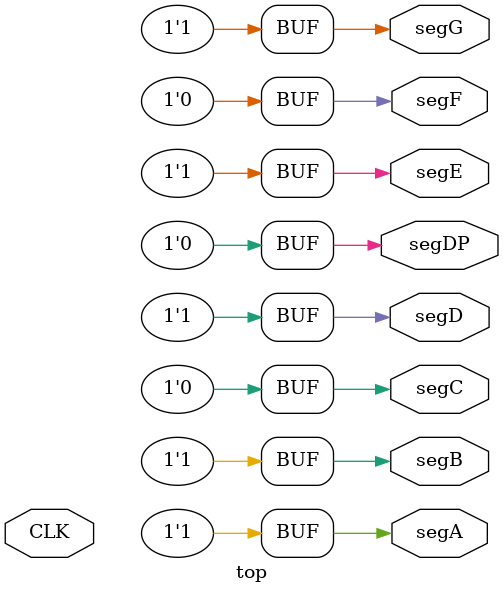
<source format=v>
module top (
    input CLK,    // 16MHz clock
    // output LED,   // User/boot LED next to power LED
    // output USBPU  // USB pull-up resistor
    output segA,
    output segB, 
    output segC, 
    output segD, 
    output segE, 
    output segF, 
    output segG, 
    output segDP
);
    // drive USB pull-up resistor to '0' to disable USB
    // assign USBPU = 0;

    // light the leds to display '2'
    assign {segA, segB, segC, segD, segE, segF, segG, segDP} = 8'b11011010;

endmodule

</source>
